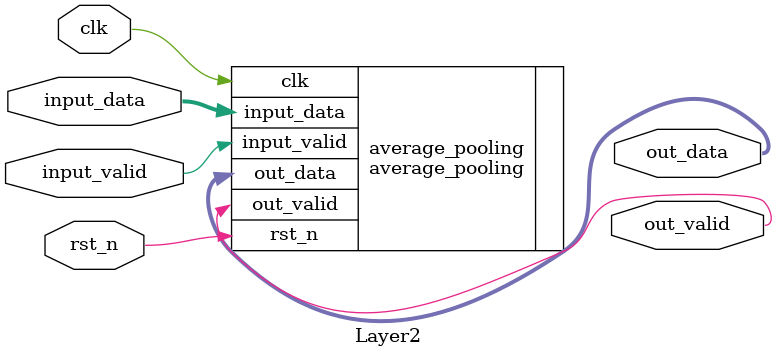
<source format=v>
module Layer2#(
    parameter LAYER_NO = 2              ,
    parameter INPUT_NUM = 6             ,
    parameter OUTPUT_NUM = 6            ,
    parameter DATA_WIDTH = 16           ,
    parameter INPUT_WIDTH = 8'd28       ,
    parameter WINDOW_WIDTH = 8'd2       ,
    parameter STRIDE = 3'd2                    
)(
        input clk,
        input rst_n,
        input signed   [DATA_WIDTH  * INPUT_NUM - 1 :0]     input_data          ,
        input                                               input_valid         ,
        output                                              out_valid           ,
        output signed  [DATA_WIDTH  * OUTPUT_NUM - 1 :0]    out_data            
    );
    

    average_pooling#(
    .INPUT_WIDTH      (DATA_WIDTH  * INPUT_NUM) ,
    .WINDOW_SIZE      (WINDOW_WIDTH)             ,
    .DATA_SIZE        (DATA_WIDTH)              ,
    .STRIDE           (STRIDE)                                              
    )average_pooling(
    .clk            (clk)                   ,
    .rst_n          (rst_n)                 ,    
    .input_data     (input_data)            ,
    .input_valid    (input_valid)           ,
    .out_valid      (out_valid)             ,
    .out_data       (out_data)
    );

endmodule
</source>
